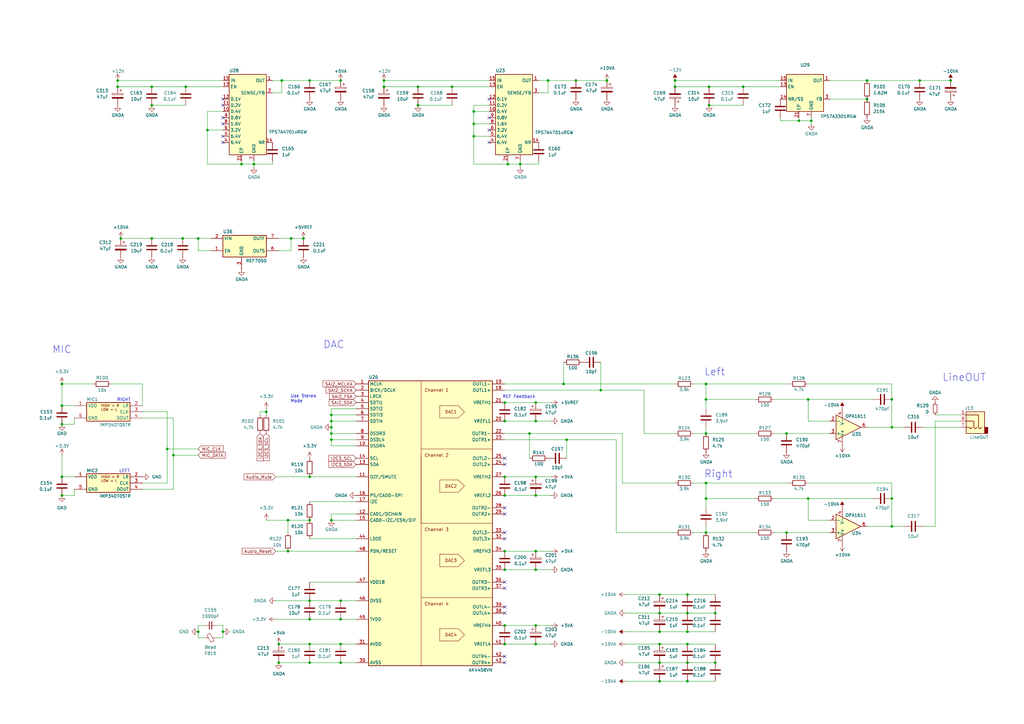
<source format=kicad_sch>
(kicad_sch (version 20250114) (generator "eeschema") (generator_version "9.0")
  (paper "A3")
  (title_block (title "Audio") (date "2025-01-21") (rev "2.0") (company "Robotics"))
  (text "Use Stereo\nMode" (at 119.126 163.576 0) (effects (font (size 1.27 1.27)) (justify left)))
  (text "MIC" (at 25.4 143.51 0) (effects (font (size 3 3))))
  (text "LineOUT" (at 395.478 154.94 0) (effects (font (size 3 3))))
  (text "Left" (at 293.116 152.654 0) (effects (font (size 3 3))))
  (text "Right" (at 294.64 194.564 0) (effects (font (size 3 3))))
  (text "LEFT" (at 51.054 193.294 0) (effects (font (size 1.27 1.27))))
  (text "REF Feedback" (at 212.852 162.814 0) (effects (font (size 1.27 1.27))))
  (text "RIGHT" (at 50.8 164.084 0) (effects (font (size 1.27 1.27))))
  (text "DAC" (at 136.906 141.478 0) (effects (font (size 3 3))))
  (junction (at 74.93 97.79))
  (junction (at 213.36 67.31))
  (junction (at 365.76 204.47))
  (junction (at 219.71 203.2))
  (junction (at 281.94 251.46))
  (junction (at 139.7 33.02))
  (junction (at 139.7 254))
  (junction (at 246.38 160.02))
  (junction (at 281.94 264.16))
  (junction (at 139.7 271.78))
  (junction (at 127 271.78))
  (junction (at 377.19 33.02))
  (junction (at 25.4 173.99))
  (junction (at 327.66 49.53))
  (junction (at 207.01 203.2))
  (junction (at 289.56 198.12))
  (junction (at 217.17 177.8))
  (junction (at 99.06 67.31))
  (junction (at 157.48 33.02))
  (junction (at 289.56 204.47))
  (junction (at 293.37 271.78))
  (junction (at 48.26 33.02))
  (junction (at 25.4 157.48))
  (junction (at 49.53 97.79))
  (junction (at 25.4 203.2))
  (junction (at 135.89 177.8))
  (junction (at 304.8 35.56))
  (junction (at 232.41 180.34))
  (junction (at 157.48 35.56))
  (junction (at 276.86 33.02))
  (junction (at 71.12 186.69))
  (junction (at 81.28 259.08))
  (junction (at 135.89 170.18))
  (junction (at 62.23 35.56))
  (junction (at 236.22 33.02))
  (junction (at 219.71 195.58))
  (junction (at 115.57 33.02))
  (junction (at 104.14 67.31))
  (junction (at 355.6 33.02))
  (junction (at 91.44 259.08))
  (junction (at 127 246.38))
  (junction (at 289.56 218.44))
  (junction (at 290.83 35.56))
  (junction (at 127 264.16))
  (junction (at 135.89 180.34))
  (junction (at 135.89 175.26))
  (junction (at 270.51 243.84))
  (junction (at 114.3 271.78))
  (junction (at 127 33.02))
  (junction (at 81.28 97.79))
  (junction (at 270.51 251.46))
  (junction (at 207.01 165.1))
  (junction (at 207.01 195.58))
  (junction (at 171.45 43.18))
  (junction (at 389.89 33.02))
  (junction (at 322.58 177.8))
  (junction (at 281.94 259.08))
  (junction (at 224.79 33.02))
  (junction (at 135.89 172.72))
  (junction (at 281.94 279.4))
  (junction (at 219.71 233.68))
  (junction (at 355.6 40.64))
  (junction (at 118.11 213.36))
  (junction (at 365.76 175.26))
  (junction (at 365.76 163.83))
  (junction (at 127 254))
  (junction (at 194.31 45.72))
  (junction (at 139.7 264.16))
  (junction (at 124.46 97.79))
  (junction (at 276.86 35.56))
  (junction (at 119.38 97.79))
  (junction (at 331.47 204.47))
  (junction (at 289.56 177.8))
  (junction (at 332.74 49.53))
  (junction (at 194.31 50.8))
  (junction (at 270.51 264.16))
  (junction (at 331.47 163.83))
  (junction (at 185.42 35.56))
  (junction (at 365.76 215.9))
  (junction (at 289.56 163.83))
  (junction (at 114.3 264.16))
  (junction (at 127 195.58))
  (junction (at 208.28 67.31))
  (junction (at 139.7 246.38))
  (junction (at 207.01 264.16))
  (junction (at 281.94 271.78))
  (junction (at 68.58 184.15))
  (junction (at 25.4 195.58))
  (junction (at 289.56 157.48))
  (junction (at 207.01 233.68))
  (junction (at 270.51 271.78))
  (junction (at 135.89 213.36))
  (junction (at 219.71 256.54))
  (junction (at 207.01 256.54))
  (junction (at 290.83 43.18))
  (junction (at 219.71 264.16))
  (junction (at 118.11 226.06))
  (junction (at 194.31 55.88))
  (junction (at 207.01 226.06))
  (junction (at 219.71 165.1))
  (junction (at 62.23 97.79))
  (junction (at 171.45 35.56))
  (junction (at 207.01 172.72))
  (junction (at 48.26 35.56))
  (junction (at 293.37 251.46))
  (junction (at 270.51 279.4))
  (junction (at 322.58 218.44))
  (junction (at 25.4 166.37))
  (junction (at 281.94 243.84))
  (junction (at 109.22 168.91))
  (junction (at 219.71 172.72))
  (junction (at 231.14 157.48))
  (junction (at 127 213.36))
  (junction (at 270.51 259.08))
  (junction (at 62.23 43.18))
  (junction (at 219.71 226.06))
  (junction (at 85.09 53.34))
  (junction (at 76.2 35.56))
  (junction (at 248.92 33.02))
  (no_connect (at 200.66 58.42))
  (no_connect (at 207.01 208.28))
  (no_connect (at 91.44 55.88))
  (no_connect (at 207.01 238.76))
  (no_connect (at 207.01 241.3))
  (no_connect (at 91.44 43.18))
  (no_connect (at 200.66 53.34))
  (no_connect (at 200.66 48.26))
  (no_connect (at 207.01 187.96))
  (no_connect (at 91.44 40.64))
  (no_connect (at 207.01 218.44))
  (no_connect (at 207.01 210.82))
  (no_connect (at 91.44 58.42))
  (no_connect (at 207.01 251.46))
  (no_connect (at 207.01 220.98))
  (no_connect (at 207.01 269.24))
  (no_connect (at 207.01 248.92))
  (no_connect (at 207.01 190.5))
  (no_connect (at 91.44 50.8))
  (no_connect (at 91.44 48.26))
  (no_connect (at 200.66 40.64))
  (no_connect (at 207.01 271.78))
  (wire (pts (xy 109.22 167.64) (xy 109.22 168.91)))
  (wire (pts (xy 25.4 186.69) (xy 25.4 195.58)))
  (wire (pts (xy 256.54 271.78) (xy 270.51 271.78)))
  (wire (pts (xy 200.66 50.8) (xy 194.31 50.8)))
  (wire (pts (xy 157.48 35.56) (xy 171.45 35.56)))
  (wire (pts (xy 317.5 218.44) (xy 322.58 218.44)))
  (wire (pts (xy 45.72 157.48) (xy 58.42 157.48)))
  (wire (pts (xy 86.36 102.87) (xy 81.28 102.87)))
  (wire (pts (xy 270.51 251.46) (xy 281.94 251.46)))
  (wire (pts (xy 231.14 157.48) (xy 276.86 157.48)))
  (wire (pts (xy 264.16 177.8) (xy 276.86 177.8)))
  (wire (pts (xy 118.11 213.36) (xy 118.11 218.44)))
  (wire (pts (xy 207.01 172.72) (xy 219.71 172.72)))
  (wire (pts (xy 58.42 198.12) (xy 68.58 198.12)))
  (wire (pts (xy 139.7 264.16) (xy 146.05 264.16)))
  (wire (pts (xy 30.48 171.45) (xy 30.48 173.99)))
  (wire (pts (xy 207.01 264.16) (xy 219.71 264.16)))
  (wire (pts (xy 365.76 204.47) (xy 365.76 215.9)))
  (wire (pts (xy 289.56 204.47) (xy 309.88 204.47)))
  (wire (pts (xy 317.5 204.47) (xy 331.47 204.47)))
  (wire (pts (xy 331.47 172.72) (xy 340.36 172.72)))
  (wire (pts (xy 68.58 184.15) (xy 68.58 168.91)))
  (wire (pts (xy 255.27 177.8) (xy 255.27 198.12)))
  (wire (pts (xy 114.3 264.16) (xy 127 264.16)))
  (wire (pts (xy 99.06 66.04) (xy 99.06 67.31)))
  (wire (pts (xy 104.14 66.04) (xy 104.14 67.31)))
  (wire (pts (xy 135.89 210.82) (xy 135.89 213.36)))
  (wire (pts (xy 219.71 203.2) (xy 226.06 203.2)))
  (wire (pts (xy 91.44 256.54) (xy 88.9 256.54)))
  (wire (pts (xy 378.46 215.9) (xy 383.54 215.9)))
  (wire (pts (xy 207.01 165.1) (xy 219.71 165.1)))
  (wire (pts (xy 208.28 67.31) (xy 213.36 67.31)))
  (wire (pts (xy 289.56 204.47) (xy 289.56 208.28)))
  (wire (pts (xy 246.38 148.59) (xy 246.38 160.02)))
  (wire (pts (xy 327.66 49.53) (xy 332.74 49.53)))
  (wire (pts (xy 48.26 33.02) (xy 91.44 33.02)))
  (wire (pts (xy 30.48 200.66) (xy 30.48 203.2)))
  (wire (pts (xy 270.51 259.08) (xy 281.94 259.08)))
  (wire (pts (xy 185.42 35.56) (xy 200.66 35.56)))
  (wire (pts (xy 157.48 33.02) (xy 157.48 35.56)))
  (wire (pts (xy 219.71 264.16) (xy 226.06 264.16)))
  (wire (pts (xy 284.48 218.44) (xy 289.56 218.44)))
  (wire (pts (xy 276.86 33.02) (xy 320.04 33.02)))
  (wire (pts (xy 270.51 264.16) (xy 281.94 264.16)))
  (wire (pts (xy 327.66 48.26) (xy 327.66 49.53)))
  (wire (pts (xy 171.45 43.18) (xy 185.42 43.18)))
  (wire (pts (xy 289.56 177.8) (xy 289.56 175.26)))
  (wire (pts (xy 62.23 35.56) (xy 76.2 35.56)))
  (wire (pts (xy 104.14 67.31) (xy 104.14 68.58)))
  (wire (pts (xy 135.89 167.64) (xy 146.05 167.64)))
  (wire (pts (xy 68.58 198.12) (xy 68.58 184.15)))
  (wire (pts (xy 157.48 33.02) (xy 200.66 33.02)))
  (wire (pts (xy 224.79 38.1) (xy 220.98 38.1)))
  (wire (pts (xy 331.47 157.48) (xy 365.76 157.48)))
  (wire (pts (xy 219.71 195.58) (xy 226.06 195.58)))
  (wire (pts (xy 135.89 172.72) (xy 135.89 170.18)))
  (wire (pts (xy 231.14 148.59) (xy 231.14 157.48)))
  (wire (pts (xy 255.27 198.12) (xy 276.86 198.12)))
  (wire (pts (xy 284.48 157.48) (xy 289.56 157.48)))
  (wire (pts (xy 85.09 45.72) (xy 85.09 53.34)))
  (wire (pts (xy 208.28 66.04) (xy 208.28 67.31)))
  (wire (pts (xy 48.26 33.02) (xy 48.26 35.56)))
  (wire (pts (xy 232.41 180.34) (xy 232.41 187.96)))
  (wire (pts (xy 76.2 35.56) (xy 91.44 35.56)))
  (wire (pts (xy 217.17 177.8) (xy 255.27 177.8)))
  (wire (pts (xy 224.79 33.02) (xy 236.22 33.02)))
  (wire (pts (xy 111.76 66.04) (xy 111.76 67.31)))
  (wire (pts (xy 219.71 165.1) (xy 226.06 165.1)))
  (wire (pts (xy 113.03 246.38) (xy 127 246.38)))
  (wire (pts (xy 383.54 170.18) (xy 393.7 170.18)))
  (wire (pts (xy 281.94 264.16) (xy 293.37 264.16)))
  (wire (pts (xy 81.28 97.79) (xy 86.36 97.79)))
  (wire (pts (xy 383.54 172.72) (xy 393.7 172.72)))
  (wire (pts (xy 81.28 102.87) (xy 81.28 97.79)))
  (wire (pts (xy 127 271.78) (xy 139.7 271.78)))
  (wire (pts (xy 111.76 67.31) (xy 104.14 67.31)))
  (wire (pts (xy 139.7 246.38) (xy 146.05 246.38)))
  (wire (pts (xy 58.42 171.45) (xy 71.12 171.45)))
  (wire (pts (xy 115.57 38.1) (xy 111.76 38.1)))
  (wire (pts (xy 38.1 157.48) (xy 25.4 157.48)))
  (wire (pts (xy 331.47 163.83) (xy 358.14 163.83)))
  (wire (pts (xy 290.83 43.18) (xy 304.8 43.18)))
  (wire (pts (xy 289.56 163.83) (xy 309.88 163.83)))
  (wire (pts (xy 331.47 213.36) (xy 340.36 213.36)))
  (wire (pts (xy 74.93 97.79) (xy 81.28 97.79)))
  (wire (pts (xy 207.01 180.34) (xy 232.41 180.34)))
  (wire (pts (xy 340.36 33.02) (xy 355.6 33.02)))
  (wire (pts (xy 331.47 204.47) (xy 358.14 204.47)))
  (wire (pts (xy 236.22 33.02) (xy 248.92 33.02)))
  (wire (pts (xy 88.9 261.62) (xy 91.44 261.62)))
  (wire (pts (xy 289.56 163.83) (xy 289.56 157.48)))
  (wire (pts (xy 25.4 195.58) (xy 30.48 195.58)))
  (wire (pts (xy 114.3 102.87) (xy 119.38 102.87)))
  (wire (pts (xy 135.89 180.34) (xy 135.89 177.8)))
  (wire (pts (xy 127 205.74) (xy 146.05 205.74)))
  (wire (pts (xy 276.86 33.02) (xy 276.86 35.56)))
  (wire (pts (xy 317.5 177.8) (xy 322.58 177.8)))
  (wire (pts (xy 83.82 261.62) (xy 81.28 261.62)))
  (wire (pts (xy 270.51 243.84) (xy 281.94 243.84)))
  (wire (pts (xy 135.89 172.72) (xy 146.05 172.72)))
  (wire (pts (xy 127 33.02) (xy 139.7 33.02)))
  (wire (pts (xy 127 246.38) (xy 139.7 246.38)))
  (wire (pts (xy 91.44 259.08) (xy 91.44 256.54)))
  (wire (pts (xy 281.94 271.78) (xy 293.37 271.78)))
  (wire (pts (xy 25.4 157.48) (xy 25.4 166.37)))
  (wire (pts (xy 378.46 175.26) (xy 393.7 175.26)))
  (wire (pts (xy 377.19 33.02) (xy 389.89 33.02)))
  (wire (pts (xy 365.76 215.9) (xy 370.84 215.9)))
  (wire (pts (xy 252.73 218.44) (xy 276.86 218.44)))
  (wire (pts (xy 118.11 226.06) (xy 146.05 226.06)))
  (wire (pts (xy 207.01 157.48) (xy 231.14 157.48)))
  (wire (pts (xy 207.01 160.02) (xy 246.38 160.02)))
  (wire (pts (xy 113.03 226.06) (xy 118.11 226.06)))
  (wire (pts (xy 207.01 256.54) (xy 219.71 256.54)))
  (wire (pts (xy 194.31 50.8) (xy 194.31 55.88)))
  (wire (pts (xy 135.89 177.8) (xy 146.05 177.8)))
  (wire (pts (xy 290.83 35.56) (xy 304.8 35.56)))
  (wire (pts (xy 111.76 33.02) (xy 115.57 33.02)))
  (wire (pts (xy 91.44 261.62) (xy 91.44 259.08)))
  (wire (pts (xy 207.01 233.68) (xy 219.71 233.68)))
  (wire (pts (xy 139.7 254) (xy 146.05 254)))
  (wire (pts (xy 194.31 55.88) (xy 194.31 67.31)))
  (wire (pts (xy 135.89 182.88) (xy 135.89 180.34)))
  (wire (pts (xy 115.57 33.02) (xy 127 33.02)))
  (wire (pts (xy 127 264.16) (xy 139.7 264.16)))
  (wire (pts (xy 194.31 45.72) (xy 194.31 50.8)))
  (wire (pts (xy 194.31 55.88) (xy 200.66 55.88)))
  (wire (pts (xy 146.05 182.88) (xy 135.89 182.88)))
  (wire (pts (xy 109.22 168.91) (xy 109.22 170.18)))
  (wire (pts (xy 320.04 48.26) (xy 320.04 49.53)))
  (wire (pts (xy 365.76 163.83) (xy 365.76 175.26)))
  (wire (pts (xy 289.56 198.12) (xy 323.85 198.12)))
  (wire (pts (xy 304.8 35.56) (xy 320.04 35.56)))
  (wire (pts (xy 365.76 175.26) (xy 370.84 175.26)))
  (wire (pts (xy 194.31 43.18) (xy 194.31 45.72)))
  (wire (pts (xy 219.71 172.72) (xy 226.06 172.72)))
  (wire (pts (xy 71.12 200.66) (xy 58.42 200.66)))
  (wire (pts (xy 322.58 218.44) (xy 340.36 218.44)))
  (wire (pts (xy 207.01 203.2) (xy 219.71 203.2)))
  (wire (pts (xy 355.6 175.26) (xy 365.76 175.26)))
  (wire (pts (xy 355.6 40.64) (xy 340.36 40.64)))
  (wire (pts (xy 220.98 66.04) (xy 220.98 67.31)))
  (wire (pts (xy 81.28 256.54) (xy 83.82 256.54)))
  (wire (pts (xy 317.5 163.83) (xy 331.47 163.83)))
  (wire (pts (xy 58.42 157.48) (xy 58.42 166.37)))
  (wire (pts (xy 127 220.98) (xy 146.05 220.98)))
  (wire (pts (xy 135.89 213.36) (xy 146.05 213.36)))
  (wire (pts (xy 113.03 254) (xy 127 254)))
  (wire (pts (xy 332.74 48.26) (xy 332.74 49.53)))
  (wire (pts (xy 135.89 170.18) (xy 135.89 167.64)))
  (wire (pts (xy 25.4 166.37) (xy 30.48 166.37)))
  (wire (pts (xy 71.12 186.69) (xy 71.12 200.66)))
  (wire (pts (xy 85.09 45.72) (xy 91.44 45.72)))
  (wire (pts (xy 139.7 271.78) (xy 146.05 271.78)))
  (wire (pts (xy 256.54 259.08) (xy 270.51 259.08)))
  (wire (pts (xy 213.36 67.31) (xy 213.36 68.58)))
  (wire (pts (xy 256.54 264.16) (xy 270.51 264.16)))
  (wire (pts (xy 219.71 256.54) (xy 226.06 256.54)))
  (wire (pts (xy 171.45 35.56) (xy 185.42 35.56)))
  (wire (pts (xy 71.12 171.45) (xy 71.12 186.69)))
  (wire (pts (xy 30.48 173.99) (xy 25.4 173.99)))
  (wire (pts (xy 207.01 177.8) (xy 217.17 177.8)))
  (wire (pts (xy 30.48 203.2) (xy 25.4 203.2)))
  (wire (pts (xy 68.58 168.91) (xy 58.42 168.91)))
  (wire (pts (xy 224.79 38.1) (xy 224.79 33.02)))
  (wire (pts (xy 127 195.58) (xy 146.05 195.58)))
  (wire (pts (xy 68.58 184.15) (xy 81.28 184.15)))
  (wire (pts (xy 220.98 67.31) (xy 213.36 67.31)))
  (wire (pts (xy 85.09 53.34) (xy 91.44 53.34)))
  (wire (pts (xy 322.58 177.8) (xy 340.36 177.8)))
  (wire (pts (xy 106.68 168.91) (xy 106.68 170.18)))
  (wire (pts (xy 118.11 213.36) (xy 127 213.36)))
  (wire (pts (xy 246.38 160.02) (xy 264.16 160.02)))
  (wire (pts (xy 219.71 233.68) (xy 226.06 233.68)))
  (wire (pts (xy 71.12 186.69) (xy 81.28 186.69)))
  (wire (pts (xy 219.71 226.06) (xy 226.06 226.06)))
  (wire (pts (xy 256.54 279.4) (xy 270.51 279.4)))
  (wire (pts (xy 135.89 170.18) (xy 146.05 170.18)))
  (wire (pts (xy 146.05 210.82) (xy 135.89 210.82)))
  (wire (pts (xy 49.53 97.79) (xy 62.23 97.79)))
  (wire (pts (xy 232.41 180.34) (xy 252.73 180.34)))
  (wire (pts (xy 355.6 215.9) (xy 365.76 215.9)))
  (wire (pts (xy 99.06 67.31) (xy 104.14 67.31)))
  (wire (pts (xy 48.26 35.56) (xy 62.23 35.56)))
  (wire (pts (xy 200.66 45.72) (xy 194.31 45.72)))
  (wire (pts (xy 270.51 279.4) (xy 281.94 279.4)))
  (wire (pts (xy 113.03 195.58) (xy 127 195.58)))
  (wire (pts (xy 264.16 160.02) (xy 264.16 177.8)))
  (wire (pts (xy 289.56 177.8) (xy 309.88 177.8)))
  (wire (pts (xy 281.94 243.84) (xy 293.37 243.84)))
  (wire (pts (xy 365.76 157.48) (xy 365.76 163.83)))
  (wire (pts (xy 284.48 198.12) (xy 289.56 198.12)))
  (wire (pts (xy 252.73 180.34) (xy 252.73 218.44)))
  (wire (pts (xy 213.36 66.04) (xy 213.36 67.31)))
  (wire (pts (xy 289.56 163.83) (xy 289.56 167.64)))
  (wire (pts (xy 119.38 102.87) (xy 119.38 97.79)))
  (wire (pts (xy 289.56 204.47) (xy 289.56 198.12)))
  (wire (pts (xy 383.54 215.9) (xy 383.54 172.72)))
  (wire (pts (xy 194.31 67.31) (xy 208.28 67.31)))
  (wire (pts (xy 115.57 38.1) (xy 115.57 33.02)))
  (wire (pts (xy 217.17 177.8) (xy 217.17 187.96)))
  (wire (pts (xy 81.28 259.08) (xy 81.28 256.54)))
  (wire (pts (xy 81.28 261.62) (xy 81.28 259.08)))
  (wire (pts (xy 85.09 67.31) (xy 99.06 67.31)))
  (wire (pts (xy 114.3 271.78) (xy 127 271.78)))
  (wire (pts (xy 114.3 97.79) (xy 119.38 97.79)))
  (wire (pts (xy 331.47 163.83) (xy 331.47 172.72)))
  (wire (pts (xy 289.56 218.44) (xy 289.56 215.9)))
  (wire (pts (xy 207.01 195.58) (xy 219.71 195.58)))
  (wire (pts (xy 85.09 53.34) (xy 85.09 67.31)))
  (wire (pts (xy 276.86 35.56) (xy 290.83 35.56)))
  (wire (pts (xy 256.54 243.84) (xy 270.51 243.84)))
  (wire (pts (xy 332.74 50.8) (xy 332.74 49.53)))
  (wire (pts (xy 109.22 213.36) (xy 118.11 213.36)))
  (wire (pts (xy 119.38 97.79) (xy 124.46 97.79)))
  (wire (pts (xy 281.94 279.4) (xy 293.37 279.4)))
  (wire (pts (xy 135.89 172.72) (xy 135.89 175.26)))
  (wire (pts (xy 270.51 271.78) (xy 281.94 271.78)))
  (wire (pts (xy 365.76 198.12) (xy 365.76 204.47)))
  (wire (pts (xy 331.47 204.47) (xy 331.47 213.36)))
  (wire (pts (xy 127 238.76) (xy 146.05 238.76)))
  (wire (pts (xy 331.47 198.12) (xy 365.76 198.12)))
  (wire (pts (xy 284.48 177.8) (xy 289.56 177.8)))
  (wire (pts (xy 281.94 251.46) (xy 293.37 251.46)))
  (wire (pts (xy 289.56 157.48) (xy 323.85 157.48)))
  (wire (pts (xy 62.23 97.79) (xy 74.93 97.79)))
  (wire (pts (xy 135.89 180.34) (xy 146.05 180.34)))
  (wire (pts (xy 200.66 43.18) (xy 194.31 43.18)))
  (wire (pts (xy 256.54 251.46) (xy 270.51 251.46)))
  (wire (pts (xy 289.56 218.44) (xy 309.88 218.44)))
  (wire (pts (xy 281.94 259.08) (xy 293.37 259.08)))
  (wire (pts (xy 355.6 33.02) (xy 377.19 33.02)))
  (wire (pts (xy 207.01 226.06) (xy 219.71 226.06)))
  (wire (pts (xy 220.98 33.02) (xy 224.79 33.02)))
  (wire (pts (xy 62.23 43.18) (xy 76.2 43.18)))
  (wire (pts (xy 135.89 175.26) (xy 135.89 177.8)))
  (wire (pts (xy 320.04 49.53) (xy 327.66 49.53)))
  (wire (pts (xy 109.22 168.91) (xy 106.68 168.91)))
  (wire (pts (xy 127 254) (xy 139.7 254)))
  (global_label "I2C3_SDA" (shape input) (at 146.05 190.5 180) (property "Intersheetrefs" "${INTERSHEET_REFS}" (effects (hide yes))))
  (global_label "I2C3_SCL" (shape input) (at 109.22 177.8 270) (property "Intersheetrefs" "${INTERSHEET_REFS}" (effects (hide yes))))
  (global_label "MIC_DATA" (shape input) (at 81.28 186.69 0) (property "Intersheetrefs" "${INTERSHEET_REFS}" (effects (hide yes))))
  (global_label "I2C3_SDA" (shape input) (at 106.68 177.8 270) (property "Intersheetrefs" "${INTERSHEET_REFS}" (effects (hide yes))))
  (global_label "SAI2_FSA" (shape input) (at 146.05 162.56 180) (property "Intersheetrefs" "${INTERSHEET_REFS}" (effects (hide yes))))
  (global_label "Audio_Mute" (shape input) (at 113.03 195.58 180) (property "Intersheetrefs" "${INTERSHEET_REFS}" (effects (hide yes))))
  (global_label "Audio_Reset" (shape input) (at 113.03 226.06 180) (property "Intersheetrefs" "${INTERSHEET_REFS}" (effects (hide yes))))
  (global_label "SAI2_SCKA" (shape input) (at 146.05 160.02 180) (property "Intersheetrefs" "${INTERSHEET_REFS}" (effects (hide yes))))
  (global_label "SAI2_MCLKA" (shape input) (at 146.05 157.48 180) (property "Intersheetrefs" "${INTERSHEET_REFS}" (effects (hide yes))))
  (global_label "MIC_CLK" (shape input) (at 81.28 184.15 0) (property "Intersheetrefs" "${INTERSHEET_REFS}" (effects (hide yes))))
  (global_label "SAI2_SDA" (shape input) (at 146.05 165.1 180) (property "Intersheetrefs" "${INTERSHEET_REFS}" (effects (hide yes))))
  (global_label "I2C3_SCL" (shape input) (at 146.05 187.96 180) (property "Intersheetrefs" "${INTERSHEET_REFS}" (effects (hide yes))))
  (symbol (lib_id "Device:R") (at 41.91 157.48 90) (unit 1)
    (property "Reference" "R100" (at 41.91 154.94 90))
    (property "Value" "10k" (at 41.91 160.02 90))
    (property "Footprint" "Resistor_SMD:R_0603_1608Metric" (effects (hide yes)))
    (property "Description" "Resistor" (effects (hide yes)))
  )
  (symbol (lib_id "Device:C_Polarized") (at 114.3 267.97 0) (mirror y) (unit 1)
    (property "Reference" "C213" (at 110.49 265.8109 0) (effects (justify left)))
    (property "Value" "47uF" (at 110.49 268.3509 0) (effects (justify left)))
    (property "Footprint" "Capacitor_Tantalum_SMD:CP_EIA-6032-28_Kemet-C" (effects (hide yes)))
    (property "Description" "Polarized capacitor" (effects (hide yes)))
  )
  (symbol (lib_id "power:-10V") (at 389.89 33.02 0) (unit 1)
    (property "Reference" "#PWR0331" (effects (hide yes)))
    (property "Value" "-10VA" (at 389.89 29.21 0))
    (property "Description" "Power symbol creates a global label with name \"-10V\"" (effects (hide yes)))
  )
  (symbol (lib_id "power:GNDA") (at 276.86 43.18 0) (mirror y) (unit 1)
    (property "Reference" "#PWR0477" (effects (hide yes)))
    (property "Value" "GNDA" (at 274.32 47.244 0) (effects (justify right)))
    (property "Description" "Power symbol creates a global label with name \"GNDA\" , analog ground" (effects (hide yes)))
  )
  (symbol (lib_id "Device:C_Polarized") (at 270.51 275.59 0) (mirror y) (unit 1)
    (property "Reference" "C186" (at 266.7 273.4309 0) (effects (justify left)))
    (property "Value" "47uF" (at 266.7 275.9709 0) (effects (justify left)))
    (property "Footprint" "Capacitor_Tantalum_SMD:CP_EIA-6032-28_Kemet-C" (effects (hide yes)))
    (property "Description" "Polarized capacitor" (effects (hide yes)))
  )
  (symbol (lib_id "power:GNDA") (at 377.19 40.64 0) (mirror y) (unit 1)
    (property "Reference" "#PWR0349" (effects (hide yes)))
    (property "Value" "GNDA" (at 374.65 44.704 0) (effects (justify right)))
    (property "Description" "Power symbol creates a global label with name \"GNDA\" , analog ground" (effects (hide yes)))
  )
  (symbol (lib_id "power:GNDA") (at 389.89 40.64 0) (mirror y) (unit 1)
    (property "Reference" "#PWR0352" (effects (hide yes)))
    (property "Value" "GNDA" (at 387.35 44.704 0) (effects (justify right)))
    (property "Description" "Power symbol creates a global label with name \"GNDA\" , analog ground" (effects (hide yes)))
  )
  (symbol (lib_id "Device:C") (at 62.23 39.37 0) (unit 1)
    (property "Reference" "C163" (at 58.42 38.0999 0) (effects (justify right)))
    (property "Value" "10uF" (at 58.42 40.6399 0) (effects (justify right)))
    (property "Footprint" "Capacitor_SMD:C_1206_3216Metric" (effects (hide yes)))
    (property "Description" "Unpolarized capacitor" (effects (hide yes)))
  )
  (symbol (lib_id "Device:C") (at 377.19 36.83 0) (unit 1)
    (property "Reference" "C170" (at 373.38 35.5599 0) (effects (justify right)))
    (property "Value" "0.1uF" (at 373.38 38.0999 0) (effects (justify right)))
    (property "Footprint" "Capacitor_SMD:C_0603_1608Metric" (effects (hide yes)))
    (property "Description" "Unpolarized capacitor" (effects (hide yes)))
  )
  (symbol (lib_id "Device:C") (at 304.8 39.37 0) (unit 1)
    (property "Reference" "C315" (at 300.99 38.0999 0) (effects (justify right)))
    (property "Value" "0.1uF" (at 300.99 40.6399 0) (effects (justify right)))
    (property "Footprint" "Capacitor_SMD:C_0603_1608Metric" (effects (hide yes)))
    (property "Description" "Unpolarized capacitor" (effects (hide yes)))
  )
  (symbol (lib_id "Device:C") (at 25.4 199.39 0) (unit 1)
    (property "Reference" "C154" (at 21.59 198.1199 0) (effects (justify right)))
    (property "Value" "0.1uF" (at 21.59 200.6599 0) (effects (justify right)))
    (property "Footprint" "Capacitor_SMD:C_0603_1608Metric" (effects (hide yes)))
    (property "Description" "Unpolarized capacitor" (effects (hide yes)))
  )
  (symbol (lib_id "power:GND") (at 58.42 195.58 90) (unit 1)
    (property "Reference" "#PWR0279" (effects (hide yes)))
    (property "Value" "GND" (at 62.23 195.5799 90) (effects (justify right)))
    (property "Description" "Power symbol creates a global label with name \"GND\" , ground" (effects (hide yes)))
  )
  (symbol (lib_id "Device:C") (at 207.01 260.35 0) (unit 1)
    (property "Reference" "C202" (at 210.82 259.0799 0) (effects (justify left)))
    (property "Value" "0.1uF" (at 210.82 261.6199 0) (effects (justify left)))
    (property "Footprint" "Capacitor_SMD:C_0603_1608Metric" (effects (hide yes)))
    (property "Description" "Unpolarized capacitor" (effects (hide yes)))
  )
  (symbol (lib_id "Device:C") (at 25.4 170.18 0) (unit 1)
    (property "Reference" "C153" (at 21.59 168.9099 0) (effects (justify right)))
    (property "Value" "0.1uF" (at 21.59 171.4499 0) (effects (justify right)))
    (property "Footprint" "Capacitor_SMD:C_0603_1608Metric" (effects (hide yes)))
    (property "Description" "Unpolarized capacitor" (effects (hide yes)))
  )
  (symbol (lib_id "Device:C") (at 293.37 247.65 0) (unit 1)
    (property "Reference" "C216" (at 289.56 246.3799 0) (effects (justify right)))
    (property "Value" "0.1uF" (at 289.56 248.9199 0) (effects (justify right)))
    (property "Footprint" "Capacitor_SMD:C_0603_1608Metric" (effects (hide yes)))
    (property "Description" "Unpolarized capacitor" (effects (hide yes)))
  )
  (symbol (lib_id "Device:C") (at 361.95 204.47 90) (unit 1)
    (property "Reference" "C194" (at 361.95 200.66 90))
    (property "Value" "470pF" (at 361.95 208.28 90))
    (property "Footprint" "Capacitor_SMD:C_0603_1608Metric" (effects (hide yes)))
    (property "Description" "Unpolarized capacitor" (effects (hide yes)))
  )
  (symbol (lib_id "Device:C") (at 207.01 199.39 0) (unit 1)
    (property "Reference" "C198" (at 210.82 198.1199 0) (effects (justify left)))
    (property "Value" "0.1uF" (at 210.82 200.6599 0) (effects (justify left)))
    (property "Footprint" "Capacitor_SMD:C_0603_1608Metric" (effects (hide yes)))
    (property "Description" "Unpolarized capacitor" (effects (hide yes)))
  )
  (symbol (lib_id "power:+3.3V") (at 25.4 157.48 0) (unit 1)
    (property "Reference" "#PWR0275" (effects (hide yes)))
    (property "Value" "+3.3V" (at 25.4 152.4 0))
    (property "Description" "Power symbol creates a global label with name \"+3.3V\"" (effects (hide yes)))
  )
  (symbol (lib_id "power:+3.3V") (at 109.22 167.64 0) (mirror y) (unit 1)
    (property "Reference" "#PWR0280" (effects (hide yes)))
    (property "Value" "+3.3V" (at 109.22 162.56 0))
    (property "Description" "Power symbol creates a global label with name \"+3.3V\"" (effects (hide yes)))
  )
  (symbol (lib_id "Device:C") (at 124.46 101.6 0) (mirror y) (unit 1)
    (property "Reference" "C221" (at 128.27 100.3299 0) (effects (justify right)))
    (property "Value" "0.1uF" (at 128.27 102.8699 0) (effects (justify right)))
    (property "Footprint" "Capacitor_SMD:C_0603_1608Metric" (effects (hide yes)))
    (property "Description" "Unpolarized capacitor" (effects (hide yes)))
  )
  (symbol (lib_id "Device:C") (at 111.76 62.23 0) (mirror y) (unit 1)
    (property "Reference" "C165" (at 115.57 60.9599 0) (effects (justify right)))
    (property "Value" "1uF" (at 115.57 63.4999 0) (effects (justify right)))
    (property "Footprint" "Capacitor_SMD:C_0603_1608Metric" (effects (hide yes)))
    (property "Description" "Unpolarized capacitor" (effects (hide yes)))
  )
  (symbol (lib_id "Device:R") (at 313.69 163.83 90) (unit 1)
    (property "Reference" "R126" (at 313.69 161.544 90))
    (property "Value" "150" (at 313.69 166.116 90))
    (property "Footprint" "Resistor_SMD:R_0603_1608Metric" (effects (hide yes)))
    (property "Description" "Resistor" (effects (hide yes)))
  )
  (symbol (lib_id "Device:C") (at 320.04 44.45 0) (unit 1)
    (property "Reference" "C172" (at 316.23 43.1799 0) (effects (justify right)))
    (property "Value" "1uF" (at 316.23 45.7199 0) (effects (justify right)))
    (property "Footprint" "Capacitor_SMD:C_0603_1608Metric" (effects (hide yes)))
    (property "Description" "Unpolarized capacitor" (effects (hide yes)))
  )
  (symbol (lib_id "Device:C_Polarized") (at 139.7 36.83 0) (mirror y) (unit 1)
    (property "Reference" "C167" (at 135.89 34.6709 0) (effects (justify left)))
    (property "Value" "47uF" (at 135.89 37.2109 0) (effects (justify left)))
    (property "Footprint" "Capacitor_Tantalum_SMD:CP_EIA-6032-28_Kemet-C" (effects (hide yes)))
    (property "Description" "Polarized capacitor" (effects (hide yes)))
  )
  (symbol (lib_id "Device:R") (at 234.95 148.59 90) (unit 1)
    (property "Reference" "R136" (at 234.95 146.304 90))
    (property "Value" "100" (at 234.95 150.876 90))
    (property "Footprint" "Resistor_SMD:R_0603_1608Metric" (effects (hide yes)))
    (property "Description" "Resistor" (effects (hide yes)))
  )
  (symbol (lib_id "Device:C_Polarized") (at 219.71 260.35 0) (unit 1)
    (property "Reference" "C203" (at 223.52 258.1909 0) (effects (justify left)))
    (property "Value" "47uF" (at 223.52 260.7309 0) (effects (justify left)))
    (property "Footprint" "Capacitor_Tantalum_SMD:CP_EIA-6032-28_Kemet-C" (effects (hide yes)))
    (property "Description" "Polarized capacitor" (effects (hide yes)))
  )
  (symbol (lib_id "Device:C") (at 127 267.97 0) (mirror y) (unit 1)
    (property "Reference" "C180" (at 123.19 266.6999 0) (effects (justify left)))
    (property "Value" "1uF" (at 123.19 269.2399 0) (effects (justify left)))
    (property "Footprint" "Capacitor_SMD:C_0603_1608Metric" (effects (hide yes)))
    (property "Description" "Unpolarized capacitor" (effects (hide yes)))
  )
  (symbol (lib_id "power:GNDA") (at 135.89 213.36 0) (mirror y) (unit 1)
    (property "Reference" "#PWR0317" (effects (hide yes)))
    (property "Value" "GNDA" (at 133.35 217.17 0) (effects (justify right)))
    (property "Description" "Power symbol creates a global label with name \"GNDA\" , analog ground" (effects (hide yes)))
  )
  (symbol (lib_id "power:GNDA") (at 332.74 50.8 0) (mirror y) (unit 1)
    (property "Reference" "#PWR0345" (effects (hide yes)))
    (property "Value" "GNDA" (at 330.2 54.864 0) (effects (justify right)))
    (property "Description" "Power symbol creates a global label with name \"GNDA\" , analog ground" (effects (hide yes)))
  )
  (symbol (lib_id "Device:C") (at 242.57 148.59 90) (unit 1)
    (property "Reference" "C196" (at 242.57 144.78 90))
    (property "Value" "10pF" (at 242.57 152.4 90))
    (property "Footprint" "Capacitor_SMD:C_0603_1608Metric" (effects (hide yes)))
    (property "Description" "Unpolarized capacitor" (effects (hide yes)))
  )
  (symbol (lib_id "power:GNDA") (at 127 40.64 0) (mirror y) (unit 1)
    (property "Reference" "#PWR0346" (effects (hide yes)))
    (property "Value" "GNDA" (at 124.46 44.704 0) (effects (justify right)))
    (property "Description" "Power symbol creates a global label with name \"GNDA\" , analog ground" (effects (hide yes)))
  )
  (symbol (lib_id "power:+3.3V") (at 25.4 186.69 0) (unit 1)
    (property "Reference" "#PWR0277" (effects (hide yes)))
    (property "Value" "+3.3V" (at 25.4 182.88 0))
    (property "Description" "Power symbol creates a global label with name \"+3.3V\"" (effects (hide yes)))
  )
  (symbol (lib_id "Device:C") (at 127 250.19 0) (mirror y) (unit 1)
    (property "Reference" "C178" (at 123.19 248.9199 0) (effects (justify left)))
    (property "Value" "10uF" (at 123.19 251.4599 0) (effects (justify left)))
    (property "Footprint" "Capacitor_SMD:C_1206_3216Metric" (effects (hide yes)))
    (property "Description" "Unpolarized capacitor" (effects (hide yes)))
  )
  (symbol (lib_id "Device:R") (at 327.66 198.12 90) (unit 1)
    (property "Reference" "R135" (at 327.66 195.834 90))
    (property "Value" "4.7k" (at 327.66 200.406 90))
    (property "Footprint" "Resistor_SMD:R_0603_1608Metric" (effects (hide yes)))
    (property "Description" "Resistor" (effects (hide yes)))
  )
  (symbol (lib_id "power:-10V") (at 345.44 208.28 0) (unit 1)
    (property "Reference" "#PWR0373" (effects (hide yes)))
    (property "Value" "-10VA" (at 337.82 206.756 0) (effects (justify left)))
    (property "Description" "Power symbol creates a global label with name \"-10V\"" (effects (hide yes)))
  )
  (symbol (lib_id "Device:R") (at 280.67 157.48 90) (unit 1)
    (property "Reference" "R123" (at 280.67 155.194 90))
    (property "Value" "3.9k" (at 280.67 159.766 90))
    (property "Footprint" "Resistor_SMD:R_0603_1608Metric" (effects (hide yes)))
    (property "Description" "Resistor" (effects (hide yes)))
  )
  (symbol (lib_id "Device:C_Polarized") (at 49.53 101.6 0) (mirror y) (unit 1)
    (property "Reference" "C312" (at 45.72 99.4409 0) (effects (justify left)))
    (property "Value" "47uF" (at 45.72 101.9809 0) (effects (justify left)))
    (property "Footprint" "Capacitor_Tantalum_SMD:CP_EIA-6032-28_Kemet-C" (effects (hide yes)))
    (property "Description" "Polarized capacitor" (effects (hide yes)))
  )
  (symbol (lib_id "Device:C") (at 293.37 255.27 0) (unit 1)
    (property "Reference" "C217" (at 289.56 253.9999 0) (effects (justify right)))
    (property "Value" "0.1uF" (at 289.56 256.5399 0) (effects (justify right)))
    (property "Footprint" "Capacitor_SMD:C_0603_1608Metric" (effects (hide yes)))
    (property "Description" "Unpolarized capacitor" (effects (hide yes)))
  )
  (symbol (lib_id "Device:R") (at 313.69 204.47 90) (unit 1)
    (property "Reference" "R133" (at 313.69 202.184 90))
    (property "Value" "150" (at 313.69 206.756 90))
    (property "Footprint" "Resistor_SMD:R_0603_1608Metric" (effects (hide yes)))
    (property "Description" "Resistor" (effects (hide yes)))
  )
  (symbol (lib_id "Device:C") (at 207.01 229.87 0) (unit 1)
    (property "Reference" "C200" (at 210.82 228.5999 0) (effects (justify left)))
    (property "Value" "0.1uF" (at 210.82 231.1399 0) (effects (justify left)))
    (property "Footprint" "Capacitor_SMD:C_0603_1608Metric" (effects (hide yes)))
    (property "Description" "Unpolarized capacitor" (effects (hide yes)))
  )
  (symbol (lib_id "Device:C_Polarized") (at 270.51 267.97 0) (mirror y) (unit 1)
    (property "Reference" "C185" (at 266.7 265.8109 0) (effects (justify left)))
    (property "Value" "47uF" (at 266.7 268.3509 0) (effects (justify left)))
    (property "Footprint" "Capacitor_Tantalum_SMD:CP_EIA-6032-28_Kemet-C" (effects (hide yes)))
    (property "Description" "Polarized capacitor" (effects (hide yes)))
  )
  (symbol (lib_id "Device:C") (at 322.58 181.61 0) (unit 1)
    (property "Reference" "C190" (at 326.39 180.3399 0) (effects (justify left)))
    (property "Value" "470pF" (at 326.39 182.8799 0) (effects (justify left)))
    (property "Footprint" "Capacitor_SMD:C_0603_1608Metric" (effects (hide yes)))
    (property "Description" "Unpolarized capacitor" (effects (hide yes)))
  )
  (symbol (lib_id "power:-12V") (at 276.86 33.02 0) (unit 1)
    (property "Reference" "#PWR0287" (effects (hide yes)))
    (property "Value" "-12V" (at 274.32 28.702 0) (effects (justify left)))
    (property "Description" "Power symbol creates a global label with name \"-12V\"" (effects (hide yes)))
  )
  (symbol (lib_id "power:GNDA") (at 226.06 264.16 90) (mirror x) (unit 1)
    (property "Reference" "#PWR0343" (effects (hide yes)))
    (property "Value" "GNDA" (at 229.87 264.1599 90) (effects (justify right)))
    (property "Description" "Power symbol creates a global label with name \"GNDA\" , analog ground" (effects (hide yes)))
  )
  (symbol (lib_id "Amplifier_Operational:OPA197xD") (at 347.98 215.9 0) (mirror x) (unit 1)
    (property "Reference" "U34" (at 351.282 218.694 0))
    (property "Value" "OPA1611" (at 351.028 211.328 0))
    (property "Footprint" "Package_SO:SOIC-8_3.9x4.9mm_P1.27mm" (effects (hide yes)))
    (property "Datasheet" "http://www.ti.com/lit/ds/symlink/opa197.pdf" (effects (hide yes)))
    (property "Description" "Single 36V, Precision, Rail-to-Rail Input/Output, Low Offset Voltage, Operational Amplifier, SOIC-8" (effects (hide yes)))
  )
  (symbol (lib_id "Device:C") (at 127 242.57 0) (mirror y) (unit 1)
    (property "Reference" "C177" (at 123.19 241.2999 0) (effects (justify left)))
    (property "Value" "1uF" (at 123.19 243.8399 0) (effects (justify left)))
    (property "Footprint" "Capacitor_SMD:C_0603_1608Metric" (effects (hide yes)))
    (property "Description" "Unpolarized capacitor" (effects (hide yes)))
  )
  (symbol (lib_id "power:GNDA") (at 289.56 226.06 0) (mirror y) (unit 1)
    (property "Reference" "#PWR0336" (effects (hide yes)))
    (property "Value" "GNDA" (at 287.02 230.124 0) (effects (justify right)))
    (property "Description" "Power symbol creates a global label with name \"GNDA\" , analog ground" (effects (hide yes)))
  )
  (symbol (lib_id "power:GND") (at 25.4 203.2 0) (unit 1)
    (property "Reference" "#PWR0278" (effects (hide yes)))
    (property "Value" "GND" (at 25.4 208.28 0))
    (property "Description" "Power symbol creates a global label with name \"GND\" , ground" (effects (hide yes)))
  )
  (symbol (lib_id "Device:C") (at 374.65 215.9 90) (unit 1)
    (property "Reference" "C317" (at 374.65 211.582 90))
    (property "Value" "10uF" (at 374.65 219.964 90))
    (property "Footprint" "Capacitor_THT:C_Rect_L18.0mm_W9.0mm_P15.00mm_FKS3_FKP3" (effects (hide yes)))
    (property "Description" "Unpolarized capacitor" (effects (hide yes)))
  )
  (symbol (lib_id "Regulator_Linear:TPS7A4701xRGW") (at 210.82 48.26 0) (unit 1)
    (property "Reference" "U23" (at 205.232 28.956 0))
    (property "Value" "TPS7A4701xRGW" (at 227.33 54.356 0))
    (property "Footprint" "Package_DFN_QFN:Texas_RGW0020A_VQFN-20-1EP_5x5mm_P0.65mm_EP3.15x3.15mm_ThermalVias" (effects (hide yes)))
    (property "Datasheet" "https://www.ti.com/lit/ds/symlink/tps7a47.pdf" (effects (hide yes)))
    (property "Description" "1A, Low-Noise Low-Dropout Voltage Regulator, 3-35V Input, Adjustable 1.4-34V Output, VQFN-20" (effects (hide yes)))
  )
  (symbol (lib_id "Device:C_Polarized") (at 219.71 199.39 0) (unit 1)
    (property "Reference" "C199" (at 223.52 197.2309 0) (effects (justify left)))
    (property "Value" "47uF" (at 223.52 199.7709 0) (effects (justify left)))
    (property "Footprint" "Capacitor_Tantalum_SMD:CP_EIA-6032-28_Kemet-C" (effects (hide yes)))
    (property "Description" "Polarized capacitor" (effects (hide yes)))
  )
  (symbol (lib_id "power:GNDA") (at 213.36 68.58 0) (mirror y) (unit 1)
    (property "Reference" "#PWR0290" (effects (hide yes)))
    (property "Value" "GNDA" (at 210.82 72.644 0) (effects (justify right)))
    (property "Description" "Power symbol creates a global label with name \"GNDA\" , analog ground" (effects (hide yes)))
  )
  (symbol (lib_id "Device:C") (at 76.2 39.37 0) (unit 1)
    (property "Reference" "C164" (at 72.39 38.0999 0) (effects (justify right)))
    (property "Value" "0.1uF" (at 72.39 40.6399 0) (effects (justify right)))
    (property "Footprint" "Capacitor_SMD:C_0603_1608Metric" (effects (hide yes)))
    (property "Description" "Unpolarized capacitor" (effects (hide yes)))
  )
  (symbol (lib_id "power:GND") (at 25.4 173.99 0) (unit 1)
    (property "Reference" "#PWR0276" (effects (hide yes)))
    (property "Value" "GND" (at 25.4 177.8 0))
    (property "Description" "Power symbol creates a global label with name \"GND\" , ground" (effects (hide yes)))
  )
  (symbol (lib_id "Device:C") (at 139.7 267.97 0) (mirror y) (unit 1)
    (property "Reference" "C181" (at 135.89 266.6999 0) (effects (justify left)))
    (property "Value" "0.1uF" (at 135.89 269.2399 0) (effects (justify left)))
    (property "Footprint" "Capacitor_SMD:C_0603_1608Metric" (effects (hide yes)))
    (property "Description" "Unpolarized capacitor" (effects (hide yes)))
  )
  (symbol (lib_id "power:+10V") (at 345.44 223.52 180) (unit 1)
    (property "Reference" "#PWR0374" (effects (hide yes)))
    (property "Value" "+10VA" (at 342.392 227.584 0) (effects (justify right)))
    (property "Description" "Power symbol creates a global label with name \"+10V\"" (effects (hide yes)))
  )
  (symbol (lib_id "power:GNDA") (at 114.3 271.78 0) (unit 1)
    (property "Reference" "#PWR0322" (effects (hide yes)))
    (property "Value" "GNDA" (at 111.76 276.352 0) (effects (justify left)))
    (property "Description" "Power symbol creates a global label with name \"GNDA\" , analog ground" (effects (hide yes)))
  )
  (symbol (lib_id "power:GNDA") (at 62.23 105.41 0) (mirror y) (unit 1)
    (property "Reference" "#PWR0303" (effects (hide yes)))
    (property "Value" "GNDA" (at 59.69 109.474 0) (effects (justify right)))
    (property "Description" "Power symbol creates a global label with name \"GNDA\" , analog ground" (effects (hide yes)))
  )
  (symbol (lib_id "Device:C") (at 322.58 222.25 0) (unit 1)
    (property "Reference" "C193" (at 326.39 220.9799 0) (effects (justify left)))
    (property "Value" "470pF" (at 326.39 223.5199 0) (effects (justify left)))
    (property "Footprint" "Capacitor_SMD:C_0603_1608Metric" (effects (hide yes)))
    (property "Description" "Unpolarized capacitor" (effects (hide yes)))
  )
  (symbol (lib_id "power:GNDA") (at 74.93 105.41 0) (mirror y) (unit 1)
    (property "Reference" "#PWR0312" (effects (hide yes)))
    (property "Value" "GNDA" (at 72.39 109.474 0) (effects (justify right)))
    (property "Description" "Power symbol creates a global label with name \"GNDA\" , analog ground" (effects (hide yes)))
  )
  (symbol (lib_id "power:+3.3V") (at 109.22 213.36 0) (unit 1)
    (property "Reference" "#PWR0320" (effects (hide yes)))
    (property "Value" "+3.3V" (at 109.22 208.28 0))
    (property "Description" "Power symbol creates a global label with name \"+3.3V\"" (effects (hide yes)))
  )
  (symbol (lib_id "power:+5VA") (at 114.3 264.16 0) (unit 1)
    (property "Reference" "#PWR0323" (effects (hide yes)))
    (property "Value" "+5VA" (at 111.76 259.588 0) (effects (justify left)))
    (property "Description" "Power symbol creates a global label with name \"+5VA\"" (effects (hide yes)))
  )
  (symbol (lib_id "Device:C") (at 374.65 175.26 90) (unit 1)
    (property "Reference" "C316" (at 374.65 170.942 90))
    (property "Value" "10uF" (at 374.65 179.324 90))
    (property "Footprint" "Capacitor_THT:C_Rect_L18.0mm_W9.0mm_P15.00mm_FKS3_FKP3" (effects (hide yes)))
    (property "Description" "Unpolarized capacitor" (effects (hide yes)))
  )
  (symbol (lib_id "Device:C_Polarized") (at 219.71 229.87 0) (unit 1)
    (property "Reference" "C201" (at 223.52 227.7109 0) (effects (justify left)))
    (property "Value" "47uF" (at 223.52 230.2509 0) (effects (justify left)))
    (property "Footprint" "Capacitor_Tantalum_SMD:CP_EIA-6032-28_Kemet-C" (effects (hide yes)))
    (property "Description" "Polarized capacitor" (effects (hide yes)))
  )
  (symbol (lib_id "Device:C") (at 289.56 212.09 0) (unit 1)
    (property "Reference" "C192" (at 293.37 210.8199 0) (effects (justify left)))
    (property "Value" "3.9nF" (at 293.37 213.3599 0) (effects (justify left)))
    (property "Footprint" "Capacitor_THT:C_Disc_D7.5mm_W2.5mm_P5.00mm" (effects (hide yes)))
    (property "Description" "Unpolarized capacitor" (effects (hide yes)))
  )
  (symbol (lib_id "Amplifier_Operational:OPA197xD") (at 347.98 175.26 0) (mirror x) (unit 1)
    (property "Reference" "U35" (at 351.282 178.054 0))
    (property "Value" "OPA1611" (at 351.028 170.688 0))
    (property "Footprint" "Package_SO:SOIC-8_3.9x4.9mm_P1.27mm" (effects (hide yes)))
    (property "Datasheet" "http://www.ti.com/lit/ds/symlink/opa197.pdf" (effects (hide yes)))
    (property "Description" "Single 36V, Precision, Rail-to-Rail Input/Output, Low Offset Voltage, Operational Amplifier, SOIC-8" (effects (hide yes)))
  )
  (symbol (lib_id "power:-10V") (at 256.54 259.08 90) (unit 1)
    (property "Reference" "#PWR0377" (effects (hide yes)))
    (property "Value" "-10VA" (at 252.73 259.0799 90) (effects (justify left)))
    (property "Description" "Power symbol creates a global label with name \"-10V\"" (effects (hide yes)))
  )
  (symbol (lib_id "power:GNDA") (at 146.05 203.2 270) (mirror x) (unit 1)
    (property "Reference" "#PWR0318" (effects (hide yes)))
    (property "Value" "GNDA" (at 142.494 203.2 90) (effects (justify right)))
    (property "Description" "Power symbol creates a global label with name \"GNDA\" , analog ground" (effects (hide yes)))
  )
  (symbol (lib_id "power:GNDA") (at 355.6 48.26 0) (mirror y) (unit 1)
    (property "Reference" "#PWR0286" (effects (hide yes)))
    (property "Value" "GNDA" (at 353.06 52.324 0) (effects (justify right)))
    (property "Description" "Power symbol creates a global label with name \"GNDA\" , analog ground" (effects (hide yes)))
  )
  (symbol (lib_id "MY_Audio:IMP34DT05TR") (at 30.48 166.37 0) (unit 1)
    (property "Reference" "MIC1" (at 37.846 163.83 0))
    (property "Value" "IMP34DT05TR" (at 47.244 174.244 0))
    (property "Footprint" "PCB:MIC_MP34DT06JTR" (effects (hide yes)))
    (property "Datasheet" "https://www.mouser.kr/datasheet/2/389/imp34dt05-1849335.pdf" (effects (hide yes)))
    (property "Description" "MEMS audio sensor omnidirectional digital microphone for industrial applications" (effects (hide yes)))
  )
  (symbol (lib_id "Device:C") (at 127 36.83 0) (unit 1)
    (property "Reference" "C166" (at 123.19 35.5599 0) (effects (justify right)))
    (property "Value" "0.1uF" (at 123.19 38.0999 0) (effects (justify right)))
    (property "Footprint" "Capacitor_SMD:C_0603_1608Metric" (effects (hide yes)))
    (property "Description" "Unpolarized capacitor" (effects (hide yes)))
  )
  (symbol (lib_id "power:GNDA") (at 104.14 68.58 0) (mirror y) (unit 1)
    (property "Reference" "#PWR0344" (effects (hide yes)))
    (property "Value" "GNDA" (at 101.6 72.644 0) (effects (justify right)))
    (property "Description" "Power symbol creates a global label with name \"GNDA\" , analog ground" (effects (hide yes)))
  )
  (symbol (lib_id "Device:C") (at 220.98 62.23 0) (mirror y) (unit 1)
    (property "Reference" "C160" (at 224.79 60.9599 0) (effects (justify right)))
    (property "Value" "1uF" (at 224.79 63.4999 0) (effects (justify right)))
    (property "Footprint" "Capacitor_SMD:C_0603_1608Metric" (effects (hide yes)))
    (property "Description" "Unpolarized capacitor" (effects (hide yes)))
  )
  (symbol (lib_id "power:-10V") (at 256.54 279.4 90) (unit 1)
    (property "Reference" "#PWR0292" (effects (hide yes)))
    (property "Value" "-10VA" (at 252.73 279.3999 90) (effects (justify left)))
    (property "Description" "Power symbol creates a global label with name \"-10V\"" (effects (hide yes)))
  )
  (symbol (lib_id "Device:R_Small") (at 383.54 167.64 0) (mirror y) (unit 1)
    (property "Reference" "R129" (at 381 166.3699 0) (effects (justify left)))
    (property "Value" "0" (at 381 168.9099 0) (effects (justify left)))
    (property "Footprint" "Resistor_SMD:R_0603_1608Metric" (effects (hide yes)))
    (property "Description" "Resistor, small symbol" (effects (hide yes)))
  )
  (symbol (lib_id "power:GNDA") (at 139.7 40.64 0) (mirror y) (unit 1)
    (property "Reference" "#PWR0348" (effects (hide yes)))
    (property "Value" "GNDA" (at 137.16 44.704 0) (effects (justify right)))
    (property "Description" "Power symbol creates a global label with name \"GNDA\" , analog ground" (effects (hide yes)))
  )
  (symbol (lib_id "power:-10V") (at 345.44 167.64 0) (unit 1)
    (property "Reference" "#PWR0328" (effects (hide yes)))
    (property "Value" "-10VA" (at 337.82 166.116 0) (effects (justify left)))
    (property "Description" "Power symbol creates a global label with name \"-10V\"" (effects (hide yes)))
  )
  (symbol (lib_id "power:+5VA") (at 124.46 97.79 0) (mirror y) (unit 1)
    (property "Reference" "#PWR0383" (effects (hide yes)))
    (property "Value" "+5VREF" (at 128.27 93.218 0) (effects (justify left)))
    (property "Description" "Power symbol creates a global label with name \"+5VA\"" (effects (hide yes)))
  )
  (symbol (lib_id "Device:C") (at 185.42 39.37 0) (unit 1)
    (property "Reference" "C168" (at 181.61 38.0999 0) (effects (justify right)))
    (property "Value" "0.1uF" (at 181.61 40.6399 0) (effects (justify right)))
    (property "Footprint" "Capacitor_SMD:C_0603_1608Metric" (effects (hide yes)))
    (property "Description" "Unpolarized capacitor" (effects (hide yes)))
  )
  (symbol (lib_id "power:GNDA") (at 290.83 43.18 0) (mirror y) (unit 1)
    (property "Reference" "#PWR0478" (effects (hide yes)))
    (property "Value" "GNDA" (at 288.29 47.244 0) (effects (justify right)))
    (property "Description" "Power symbol creates a global label with name \"GNDA\" , analog ground" (effects (hide yes)))
  )
  (symbol (lib_id "power:GNDA") (at 256.54 251.46 270) (mirror x) (unit 1)
    (property "Reference" "#PWR0376" (effects (hide yes)))
    (property "Value" "GNDA" (at 252.984 251.46 90) (effects (justify right)))
    (property "Description" "Power symbol creates a global label with name \"GNDA\" , analog ground" (effects (hide yes)))
  )
  (symbol (lib_id "Device:R") (at 106.68 173.99 0) (mirror y) (unit 1)
    (property "Reference" "R102" (at 104.14 172.7199 0) (effects (justify left)))
    (property "Value" "4.7k" (at 104.14 175.2599 0) (effects (justify left)))
    (property "Footprint" "Resistor_SMD:R_0603_1608Metric" (effects (hide yes)))
    (property "Description" "Resistor" (effects (hide yes)))
  )
  (symbol (lib_id "Device:R") (at 280.67 177.8 90) (unit 1)
    (property "Reference" "R124" (at 280.67 175.514 90))
    (property "Value" "3.9k" (at 280.67 180.086 90))
    (property "Footprint" "Resistor_SMD:R_0603_1608Metric" (effects (hide yes)))
    (property "Description" "Resistor" (effects (hide yes)))
  )
  (symbol (lib_id "Device:C") (at 62.23 101.6 0) (unit 1)
    (property "Reference" "C219" (at 58.42 100.3299 0) (effects (justify right)))
    (property "Value" "10uF" (at 58.42 102.8699 0) (effects (justify right)))
    (property "Footprint" "Capacitor_SMD:C_1210_3225Metric" (effects (hide yes)))
    (property "Description" "Unpolarized capacitor" (effects (hide yes)))
  )
  (symbol (lib_id "Device:C_Polarized") (at 157.48 39.37 0) (mirror y) (unit 1)
    (property "Reference" "C158" (at 153.67 37.2109 0) (effects (justify left)))
    (property "Value" "47uF" (at 153.67 39.7509 0) (effects (justify left)))
    (property "Footprint" "Capacitor_Tantalum_SMD:CP_EIA-6032-28_Kemet-C" (effects (hide yes)))
    (property "Description" "Polarized capacitor" (effects (hide yes)))
  )
  (symbol (lib_id "power:GNDA") (at 49.53 105.41 0) (mirror y) (unit 1)
    (property "Reference" "#PWR089" (effects (hide yes)))
    (property "Value" "GNDA" (at 46.99 109.474 0) (effects (justify right)))
    (property "Description" "Power symbol creates a global label with name \"GNDA\" , analog ground" (effects (hide yes)))
  )
  (symbol (lib_id "Device:R") (at 327.66 157.48 90) (unit 1)
    (property "Reference" "R128" (at 327.66 155.194 90))
    (property "Value" "4.7k" (at 327.66 159.766 90))
    (property "Footprint" "Resistor_SMD:R_0603_1608Metric" (effects (hide yes)))
    (property "Description" "Resistor" (effects (hide yes)))
  )
  (symbol (lib_id "power:+10V") (at 256.54 243.84 90) (unit 1)
    (property "Reference" "#PWR0375" (effects (hide yes)))
    (property "Value" "+10VA" (at 252.73 243.8399 90) (effects (justify left)))
    (property "Description" "Power symbol creates a global label with name \"+10V\"" (effects (hide yes)))
  )
  (symbol (lib_id "Device:C_Polarized") (at 248.92 36.83 0) (mirror y) (unit 1)
    (property "Reference" "C174" (at 245.11 34.6709 0) (effects (justify left)))
    (property "Value" "47uF" (at 245.11 37.2109 0) (effects (justify left)))
    (property "Footprint" "Capacitor_Tantalum_SMD:CP_EIA-6032-28_Kemet-C" (effects (hide yes)))
    (property "Description" "Polarized capacitor" (effects (hide yes)))
  )
  (symbol (lib_id "Device:FerriteBead_Small") (at 86.36 261.62 90) (mirror x) (unit 1)
    (property "Reference" "FB15" (at 86.3219 267.97 90))
    (property "Value" "Bead" (at 86.3219 265.43 90))
    (property "Footprint" "Inductor_SMD:L_0805_2012Metric" (effects (hide yes)))
    (property "Description" "Ferrite bead, small symbol" (effects (hide yes)))
  )
  (symbol (lib_id "power:+5VA") (at 139.7 33.02 0) (unit 1)
    (property "Reference" "#PWR0347" (effects (hide yes)))
    (property "Value" "+5VA" (at 139.7 29.21 0))
    (property "Description" "Power symbol creates a global label with name \"+5VA\"" (effects (hide yes)))
  )
  (symbol (lib_id "power:GNDA") (at 226.06 172.72 90) (mirror x) (unit 1)
    (property "Reference" "#PWR0326" (effects (hide yes)))
    (property "Value" "GNDA" (at 229.87 172.7199 90) (effects (justify right)))
    (property "Description" "Power symbol creates a global label with name \"GNDA\" , analog ground" (effects (hide yes)))
  )
  (symbol (lib_id "Device:R") (at 313.69 218.44 90) (unit 1)
    (property "Reference" "R134" (at 313.69 216.154 90))
    (property "Value" "150" (at 313.69 220.726 90))
    (property "Footprint" "Resistor_SMD:R_0603_1608Metric" (effects (hide yes)))
    (property "Description" "Resistor" (effects (hide yes)))
  )
  (symbol (lib_id "Device:C") (at 281.94 275.59 0) (unit 1)
    (property "Reference" "C187" (at 278.13 274.3199 0) (effects (justify right)))
    (property "Value" "1uF" (at 278.13 276.8599 0) (effects (justify right)))
    (property "Footprint" "Capacitor_SMD:C_0603_1608Metric" (effects (hide yes)))
    (property "Description" "Unpolarized capacitor" (effects (hide yes)))
  )
  (symbol (lib_id "power:GND") (at 81.28 259.08 270) (mirror x) (unit 1)
    (property "Reference" "#PWR0283" (effects (hide yes)))
    (property "Value" "GND" (at 77.47 259.0799 90) (effects (justify right)))
    (property "Description" "Power symbol creates a global label with name \"GND\" , ground" (effects (hide yes)))
  )
  (symbol (lib_id "Device:C_Polarized") (at 276.86 39.37 180) (unit 1)
    (property "Reference" "C169" (at 273.05 38.1 0) (effects (justify left)))
    (property "Value" "47uF" (at 273.05 40.64 0) (effects (justify left)))
    (property "Footprint" "Capacitor_Tantalum_SMD:CP_EIA-6032-28_Kemet-C" (effects (hide yes)))
    (property "Description" "Polarized capacitor" (effects (hide yes)))
  )
  (symbol (lib_id "Device:R") (at 109.22 173.99 0) (unit 1)
    (property "Reference" "R101" (at 111.76 172.7199 0) (effects (justify left)))
    (property "Value" "4.7k" (at 111.76 175.2599 0) (effects (justify left)))
    (property "Footprint" "Resistor_SMD:R_0603_1608Metric" (effects (hide yes)))
    (property "Description" "Resistor" (effects (hide yes)))
  )
  (symbol (lib_id "Device:C_Polarized") (at 219.71 168.91 0) (unit 1)
    (property "Reference" "C195" (at 223.52 166.7509 0) (effects (justify left)))
    (property "Value" "47uF" (at 223.52 169.2909 0) (effects (justify left)))
    (property "Footprint" "Capacitor_Tantalum_SMD:CP_EIA-6032-28_Kemet-C" (effects (hide yes)))
    (property "Description" "Polarized capacitor" (effects (hide yes)))
  )
  (symbol (lib_id "power:GNDA") (at 383.54 165.1 0) (mirror x) (unit 1)
    (property "Reference" "#PWR0335" (effects (hide yes)))
    (property "Value" "GNDA" (at 386.08 161.036 0) (effects (justify right)))
    (property "Description" "Power symbol creates a global label with name \"GNDA\" , analog ground" (effects (hide yes)))
  )
  (symbol (lib_id "MY_PMIC:REF7050") (at 86.36 97.79 0) (unit 1)
    (property "Reference" "U36" (at 93.472 94.996 0))
    (property "Value" "REF7050" (at 105.156 106.934 0))
    (property "Footprint" "Package_SO:VSSOP-8_3x3mm_P0.65mm" (effects (hide yes)))
    (property "Datasheet" "https://www.ti.com/lit/ds/symlink/ref70.pdf?ts=1704274610714&ref_url=https%253A%252F%252Fwww.ti.com%252Fproduct%252FREF70" (effects (hide yes)))
    (property "Description" "REF70 2 ppm/°C Maximum Drift, 0.23 ppmp-p 1/f Noise, Precision Voltage Reference" (effects (hide yes)))
  )
  (symbol (lib_id "MY_Audio:AK4458VN") (at 146.05 157.48 0) (unit 1)
    (property "Reference" "U26" (at 153.162 154.686 0))
    (property "Value" "AK4458VN" (at 197.104 274.828 0))
    (property "Footprint" "Package_DFN_QFN:QFN-48-1EP_7x7mm_P0.5mm_EP5.1x5.1mm_ThermalVias" (effects (hide yes)))
    (property "Datasheet" "https://www.akm.com/content/dam/documents/products/audio/audio-dac/ak4458vn/ak4458vn-en-datasheet.pdf" (effects (hide yes)))
    (property "Description" "115dB 768kHz 32-bit 8ch Premium DAC" (effects (hide yes)))
    (property "Height" "1" (effects (hide yes)))
    (property "Mouser Part Number" "412-AK4458VN" (effects (hide yes)))
    (property "Mouser Price/Stock" "https://www.mouser.co.uk/ProductDetail/Asahi-Kasei-Microdevices/AK4458VN?qs=vvQtp7zwQdPkOtm%2F7pZztA%3D%3D" (effects (hide yes)))
    (property "Manufacturer_Name" "Asahi Kasei Microdevices" (effects (hide yes)))
    (property "Manufacturer_Part_Number" "AK4458VN" (effects (hide yes)))
  )
  (symbol (lib_id "Device:C") (at 139.7 250.19 0) (mirror y) (unit 1)
    (property "Reference" "C179" (at 135.89 248.9199 0) (effects (justify left)))
    (property "Value" "0.1uF" (at 135.89 251.4599 0) (effects (justify left)))
    (property "Footprint" "Capacitor_SMD:C_0603_1608Metric" (effects (hide yes)))
    (property "Description" "Unpolarized capacitor" (effects (hide yes)))
  )
  (symbol (lib_id "power:+5VA") (at 226.06 165.1 270) (mirror x) (unit 1)
    (property "Reference" "#PWR0327" (effects (hide yes)))
    (property "Value" "+5VREF" (at 229.87 165.0999 90) (effects (justify left)))
    (property "Description" "Power symbol creates a global label with name \"+5VA\"" (effects (hide yes)))
  )
  (symbol (lib_id "Device:C") (at 289.56 171.45 0) (unit 1)
    (property "Reference" "C189" (at 293.37 170.1799 0) (effects (justify left)))
    (property "Value" "3.9nF" (at 293.37 172.7199 0) (effects (justify left)))
    (property "Footprint" "Capacitor_THT:C_Disc_D7.5mm_W2.5mm_P5.00mm" (effects (hide yes)))
    (property "Description" "Unpolarized capacitor" (effects (hide yes)))
  )
  (symbol (lib_id "power:GNDA") (at 226.06 203.2 90) (mirror x) (unit 1)
    (property "Reference" "#PWR0339" (effects (hide yes)))
    (property "Value" "GNDA" (at 229.87 203.1999 90) (effects (justify right)))
    (property "Description" "Power symbol creates a global label with name \"GNDA\" , analog ground" (effects (hide yes)))
  )
  (symbol (lib_id "Device:C") (at 207.01 168.91 0) (unit 1)
    (property "Reference" "C182" (at 210.82 167.6399 0) (effects (justify left)))
    (property "Value" "0.1uF" (at 210.82 170.1799 0) (effects (justify left)))
    (property "Footprint" "Capacitor_SMD:C_0603_1608Metric" (effects (hide yes)))
    (property "Description" "Unpolarized capacitor" (effects (hide yes)))
  )
  (symbol (lib_id "power:+12V") (at 157.48 33.02 0) (unit 1)
    (property "Reference" "#PWR0285" (effects (hide yes)))
    (property "Value" "+12V" (at 154.94 29.21 0) (effects (justify left)))
    (property "Description" "Power symbol creates a global label with name \"+12V\"" (effects (hide yes)))
  )
  (symbol (lib_id "power:GNDA") (at 91.44 259.08 90) (mirror x) (unit 1)
    (property "Reference" "#PWR0282" (effects (hide yes)))
    (property "Value" "GNDA" (at 95.25 259.0799 90) (effects (justify right)))
    (property "Description" "Power symbol creates a global label with name \"GNDA\" , analog ground" (effects (hide yes)))
  )
  (symbol (lib_id "power:GNDA") (at 256.54 271.78 270) (mirror x) (unit 1)
    (property "Reference" "#PWR0288" (effects (hide yes)))
    (property "Value" "GNDA" (at 252.984 271.78 90) (effects (justify right)))
    (property "Description" "Power symbol creates a global label with name \"GNDA\" , analog ground" (effects (hide yes)))
  )
  (symbol (lib_id "Device:C_Polarized") (at 270.51 255.27 0) (mirror y) (unit 1)
    (property "Reference" "C311" (at 266.7 253.1109 0) (effects (justify left)))
    (property "Value" "47uF" (at 266.7 255.6509 0) (effects (justify left)))
    (property "Footprint" "Capacitor_Tantalum_SMD:CP_EIA-6032-28_Kemet-C" (effects (hide yes)))
    (property "Description" "Polarized capacitor" (effects (hide yes)))
  )
  (symbol (lib_id "Device:R") (at 280.67 198.12 90) (unit 1)
    (property "Reference" "R130" (at 280.67 195.834 90))
    (property "Value" "3.9k" (at 280.67 200.406 90))
    (property "Footprint" "Resistor_SMD:R_0603_1608Metric" (effects (hide yes)))
    (property "Description" "Resistor" (effects (hide yes)))
  )
  (symbol (lib_id "Device:C_Polarized") (at 48.26 39.37 0) (mirror y) (unit 1)
    (property "Reference" "C313" (at 44.45 37.2109 0) (effects (justify left)))
    (property "Value" "47uF" (at 44.45 39.7509 0) (effects (justify left)))
    (property "Footprint" "Capacitor_Tantalum_SMD:CP_EIA-6032-28_Kemet-C" (effects (hide yes)))
    (property "Description" "Polarized capacitor" (effects (hide yes)))
  )
  (symbol (lib_id "Device:C") (at 228.6 187.96 90) (unit 1)
    (property "Reference" "C197" (at 228.6 184.15 90))
    (property "Value" "10pF" (at 228.6 191.77 90))
    (property "Footprint" "Capacitor_SMD:C_0603_1608Metric" (effects (hide yes)))
    (property "Description" "Unpolarized capacitor" (effects (hide yes)))
  )
  (symbol (lib_id "Device:R") (at 355.6 36.83 0) (unit 1)
    (property "Reference" "R105" (at 358.14 35.5599 0) (effects (justify left)))
    (property "Value" "1.62M" (at 358.14 38.0999 0) (effects (justify left)))
    (property "Footprint" "Resistor_SMD:R_0603_1608Metric" (effects (hide yes)))
    (property "Description" "Resistor" (effects (hide yes)))
  )
  (symbol (lib_id "power:+10V") (at 256.54 264.16 90) (unit 1)
    (property "Reference" "#PWR0284" (effects (hide yes)))
    (property "Value" "+10VA" (at 252.73 264.1599 90) (effects (justify left)))
    (property "Description" "Power symbol creates a global label with name \"+10V\"" (effects (hide yes)))
  )
  (symbol (lib_id "MY_Audio:IMP34DT05TR") (at 30.48 195.58 0) (unit 1)
    (property "Reference" "MIC2" (at 37.846 193.04 0))
    (property "Value" "IMP34DT05TR" (at 47.244 203.454 0))
    (property "Footprint" "PCB:MIC_MP34DT06JTR" (effects (hide yes)))
    (property "Datasheet" "https://www.mouser.kr/datasheet/2/389/imp34dt05-1849335.pdf" (effects (hide yes)))
    (property "Description" "MEMS audio sensor omnidirectional digital microphone for industrial applications" (effects (hide yes)))
  )
  (symbol (lib_id "Device:C_Polarized") (at 270.51 247.65 0) (mirror y) (unit 1)
    (property "Reference" "C212" (at 266.7 245.4909 0) (effects (justify left)))
    (property "Value" "47uF" (at 266.7 248.0309 0) (effects (justify left)))
    (property "Footprint" "Capacitor_Tantalum_SMD:CP_EIA-6032-28_Kemet-C" (effects (hide yes)))
    (property "Description" "Polarized capacitor" (effects (hide yes)))
  )
  (symbol (lib_id "power:GNDA") (at 135.89 175.26 270) (mirror x) (unit 1)
    (property "Reference" "#PWR0319" (effects (hide yes)))
    (property "Value" "GNDA" (at 132.334 175.26 90) (effects (justify right)))
    (property "Description" "Power symbol creates a global label with name \"GNDA\" , analog ground" (effects (hide yes)))
  )
  (symbol (lib_id "Device:C") (at 74.93 101.6 0) (unit 1)
    (property "Reference" "C218" (at 71.12 100.3299 0) (effects (justify right)))
    (property "Value" "0.1uF" (at 71.12 102.8699 0) (effects (justify right)))
    (property "Footprint" "Capacitor_SMD:C_0603_1608Metric" (effects (hide yes)))
    (property "Description" "Unpolarized capacitor" (effects (hide yes)))
  )
  (symbol (lib_id "Device:R") (at 127 217.17 0) (mirror y) (unit 1)
    (property "Reference" "R120" (at 124.46 215.8999 0) (effects (justify left)))
    (property "Value" "10k" (at 124.46 218.4399 0) (effects (justify left)))
    (property "Footprint" "Resistor_SMD:R_0603_1608Metric" (effects (hide yes)))
    (property "Description" "Resistor" (effects (hide yes)))
  )
  (symbol (lib_id "Device:R") (at 313.69 177.8 90) (unit 1)
    (property "Reference" "R127" (at 313.69 175.514 90))
    (property "Value" "150" (at 313.69 180.086 90))
    (property "Footprint" "Resistor_SMD:R_0603_1608Metric" (effects (hide yes)))
    (property "Description" "Resistor" (effects (hide yes)))
  )
  (symbol (lib_id "Device:R") (at 289.56 181.61 0) (unit 1)
    (property "Reference" "R125" (at 292.1 180.3399 0) (effects (justify left)))
    (property "Value" "4.7k" (at 292.1 182.8799 0) (effects (justify left)))
    (property "Footprint" "Resistor_SMD:R_0603_1608Metric" (effects (hide yes)))
    (property "Description" "Resistor" (effects (hide yes)))
  )
  (symbol (lib_id "Device:R") (at 355.6 44.45 0) (unit 1)
    (property "Reference" "R106" (at 358.14 43.1799 0) (effects (justify left)))
    (property "Value" "215k" (at 358.14 45.7199 0) (effects (justify left)))
    (property "Footprint" "Resistor_SMD:R_0603_1608Metric" (effects (hide yes)))
    (property "Description" "Resistor" (effects (hide yes)))
  )
  (symbol (lib_id "Device:C") (at 290.83 39.37 0) (unit 1)
    (property "Reference" "C314" (at 287.02 38.0999 0) (effects (justify right)))
    (property "Value" "10uF" (at 287.02 40.6399 0) (effects (justify right)))
    (property "Footprint" "Capacitor_SMD:C_1206_3216Metric" (effects (hide yes)))
    (property "Description" "Unpolarized capacitor" (effects (hide yes)))
  )
  (symbol (lib_id "Regulator_Linear:TPS7A4701xRGW") (at 101.6 48.26 0) (unit 1)
    (property "Reference" "U28" (at 96.012 28.956 0))
    (property "Value" "TPS7A4701xRGW" (at 118.11 54.102 0))
    (property "Footprint" "Package_DFN_QFN:Texas_RGW0020A_VQFN-20-1EP_5x5mm_P0.65mm_EP3.15x3.15mm_ThermalVias" (effects (hide yes)))
    (property "Datasheet" "https://www.ti.com/lit/ds/symlink/tps7a47.pdf" (effects (hide yes)))
    (property "Description" "1A, Low-Noise Low-Dropout Voltage Regulator, 3-35V Input, Adjustable 1.4-34V Output, VQFN-20" (effects (hide yes)))
  )
  (symbol (lib_id "Device:R") (at 127 191.77 0) (mirror y) (unit 1)
    (property "Reference" "R119" (at 124.46 190.4999 0) (effects (justify left)))
    (property "Value" "10k" (at 124.46 193.0399 0) (effects (justify left)))
    (property "Footprint" "Resistor_SMD:R_0603_1608Metric" (effects (hide yes)))
    (property "Description" "Resistor" (effects (hide yes)))
  )
  (symbol (lib_id "Device:R") (at 280.67 218.44 90) (unit 1)
    (property "Reference" "R131" (at 280.67 216.154 90))
    (property "Value" "3.9k" (at 280.67 220.726 90))
    (property "Footprint" "Resistor_SMD:R_0603_1608Metric" (effects (hide yes)))
    (property "Description" "Resistor" (effects (hide yes)))
  )
  (symbol (lib_id "power:GNDA") (at 322.58 226.06 0) (mirror y) (unit 1)
    (property "Reference" "#PWR0337" (effects (hide yes)))
    (property "Value" "GNDA" (at 320.04 230.124 0) (effects (justify right)))
    (property "Description" "Power symbol creates a global label with name \"GNDA\" , analog ground" (effects (hide yes)))
  )
  (symbol (lib_id "power:GNDA") (at 113.03 246.38 270) (mirror x) (unit 1)
    (property "Reference" "#PWR0380" (effects (hide yes)))
    (property "Value" "GNDA" (at 109.22 246.3801 90) (effects (justify right)))
    (property "Description" "Power symbol creates a global label with name \"GNDA\" , analog ground" (effects (hide yes)))
  )
  (symbol (lib_id "Device:R") (at 118.11 222.25 0) (mirror y) (unit 1)
    (property "Reference" "R122" (at 115.57 220.9799 0) (effects (justify left)))
    (property "Value" "10k" (at 115.57 223.5199 0) (effects (justify left)))
    (property "Footprint" "Resistor_SMD:R_0603_1608Metric" (effects (hide yes)))
    (property "Description" "Resistor" (effects (hide yes)))
  )
  (symbol (lib_id "Device:R") (at 289.56 222.25 0) (unit 1)
    (property "Reference" "R132" (at 292.1 220.9799 0) (effects (justify left)))
    (property "Value" "4.7k" (at 292.1 223.5199 0) (effects (justify left)))
    (property "Footprint" "Resistor_SMD:R_0603_1608Metric" (effects (hide yes)))
    (property "Description" "Resistor" (effects (hide yes)))
  )
  (symbol (lib_id "Device:C") (at 361.95 163.83 90) (unit 1)
    (property "Reference" "C191" (at 361.95 160.02 90))
    (property "Value" "470pF" (at 361.95 167.64 90))
    (property "Footprint" "Capacitor_SMD:C_0603_1608Metric" (effects (hide yes)))
    (property "Description" "Unpolarized capacitor" (effects (hide yes)))
  )
  (symbol (lib_id "power:GNDA") (at 236.22 40.64 0) (mirror y) (unit 1)
    (property "Reference" "#PWR0281" (effects (hide yes)))
    (property "Value" "GNDA" (at 233.68 44.704 0) (effects (justify right)))
    (property "Description" "Power symbol creates a global label with name \"GNDA\" , analog ground" (effects (hide yes)))
  )
  (symbol (lib_id "power:GNDA") (at 99.06 110.49 0) (mirror y) (unit 1)
    (property "Reference" "#PWR0378" (effects (hide yes)))
    (property "Value" "GNDA" (at 96.52 114.554 0) (effects (justify right)))
    (property "Description" "Power symbol creates a global label with name \"GNDA\" , analog ground" (effects (hide yes)))
  )
  (symbol (lib_id "power:GNDA") (at 62.23 43.18 0) (mirror y) (unit 1)
    (property "Reference" "#PWR0330" (effects (hide yes)))
    (property "Value" "GNDA" (at 59.69 47.244 0) (effects (justify right)))
    (property "Description" "Power symbol creates a global label with name \"GNDA\" , analog ground" (effects (hide yes)))
  )
  (symbol (lib_id "Device:C") (at 293.37 267.97 0) (unit 1)
    (property "Reference" "C184" (at 289.56 266.6999 0) (effects (justify right)))
    (property "Value" "0.1uF" (at 289.56 269.2399 0) (effects (justify right)))
    (property "Footprint" "Capacitor_SMD:C_0603_1608Metric" (effects (hide yes)))
    (property "Description" "Unpolarized capacitor" (effects (hide yes)))
  )
  (symbol (lib_id "power:+5VA") (at 226.06 195.58 270) (mirror x) (unit 1)
    (property "Reference" "#PWR0338" (effects (hide yes)))
    (property "Value" "+5VA" (at 229.87 195.5799 90) (effects (justify left)))
    (property "Description" "Power symbol creates a global label with name \"+5VA\"" (effects (hide yes)))
  )
  (symbol (lib_id "power:+12V") (at 48.26 33.02 0) (unit 1)
    (property "Reference" "#PWR0297" (effects (hide yes)))
    (property "Value" "+12V" (at 45.72 29.21 0) (effects (justify left)))
    (property "Description" "Power symbol creates a global label with name \"+12V\"" (effects (hide yes)))
  )
  (symbol (lib_id "power:GNDA") (at 226.06 233.68 90) (mirror x) (unit 1)
    (property "Reference" "#PWR0341" (effects (hide yes)))
    (property "Value" "GNDA" (at 229.87 233.6799 90) (effects (justify right)))
    (property "Description" "Power symbol creates a global label with name \"GNDA\" , analog ground" (effects (hide yes)))
  )
  (symbol (lib_id "Device:C") (at 171.45 39.37 0) (unit 1)
    (property "Reference" "C159" (at 167.64 38.0999 0) (effects (justify right)))
    (property "Value" "10uF" (at 167.64 40.6399 0) (effects (justify right)))
    (property "Footprint" "Capacitor_SMD:C_1206_3216Metric" (effects (hide yes)))
    (property "Description" "Unpolarized capacitor" (effects (hide yes)))
  )
  (symbol (lib_id "power:GNDA") (at 322.58 185.42 0) (mirror y) (unit 1)
    (property "Reference" "#PWR0334" (effects (hide yes)))
    (property "Value" "GNDA" (at 320.04 189.484 0) (effects (justify right)))
    (property "Description" "Power symbol creates a global label with name \"GNDA\" , analog ground" (effects (hide yes)))
  )
  (symbol (lib_id "power:+3.3V") (at 127 187.96 0) (unit 1)
    (property "Reference" "#PWR0325" (effects (hide yes)))
    (property "Value" "+3.3V" (at 127 182.88 0))
    (property "Description" "Power symbol creates a global label with name \"+3.3V\"" (effects (hide yes)))
  )
  (symbol (lib_id "Device:R") (at 127 209.55 0) (mirror y) (unit 1)
    (property "Reference" "R121" (at 124.46 208.2799 0) (effects (justify left)))
    (property "Value" "10k" (at 124.46 210.8199 0) (effects (justify left)))
    (property "Footprint" "Resistor_SMD:R_0603_1608Metric" (effects (hide yes)))
    (property "Description" "Resistor" (effects (hide yes)))
  )
  (symbol (lib_id "power:+10V") (at 49.53 97.79 0) (unit 1)
    (property "Reference" "#PWR0381" (effects (hide yes)))
    (property "Value" "+10VA" (at 49.53 93.218 0))
    (property "Description" "Power symbol creates a global label with name \"+10V\"" (effects (hide yes)))
  )
  (symbol (lib_id "Regulator_Linear:TPS7A3301RGW") (at 330.2 38.1 0) (unit 1)
    (property "Reference" "U29" (at 330.2 26.67 0))
    (property "Value" "TPS7A3301RGW" (at 343.916 47.752 0))
    (property "Footprint" "Package_DFN_QFN:Texas_RGW0020A_VQFN-20-1EP_5x5mm_P0.65mm_EP3.15x3.15mm_ThermalVias" (effects (hide yes)))
    (property "Datasheet" "https://www.ti.com/lit/ds/symlink/tps7a33.pdf" (effects (hide yes)))
    (property "Description" "1A, Low-Noise Lod-Dropout Negative Voltage Regulator, -3..-36V Input, Adjustable -1.18...-33V Output, VQFN-20" (effects (hide yes)))
  )
  (symbol (lib_id "power:+3.3V") (at 113.03 254 90) (unit 1)
    (property "Reference" "#PWR0321" (effects (hide yes)))
    (property "Value" "+3.3V" (at 109.22 253.9999 90) (effects (justify left)))
    (property "Description" "Power symbol creates a global label with name \"+3.3V\"" (effects (hide yes)))
  )
  (symbol (lib_id "Device:C") (at 281.94 267.97 0) (unit 1)
    (property "Reference" "C183" (at 278.13 266.6999 0) (effects (justify right)))
    (property "Value" "1uF" (at 278.13 269.2399 0) (effects (justify right)))
    (property "Footprint" "Capacitor_SMD:C_0603_1608Metric" (effects (hide yes)))
    (property "Description" "Unpolarized capacitor" (effects (hide yes)))
  )
  (symbol (lib_id "power:+10V") (at 345.44 182.88 180) (unit 1)
    (property "Reference" "#PWR0293" (effects (hide yes)))
    (property "Value" "+10VA" (at 342.392 186.944 0) (effects (justify right)))
    (property "Description" "Power symbol creates a global label with name \"+10V\"" (effects (hide yes)))
  )
  (symbol (lib_id "power:GNDA") (at 248.92 40.64 0) (mirror y) (unit 1)
    (property "Reference" "#PWR0294" (effects (hide yes)))
    (property "Value" "GNDA" (at 246.38 44.704 0) (effects (justify right)))
    (property "Description" "Power symbol creates a global label with name \"GNDA\" , analog ground" (effects (hide yes)))
  )
  (symbol (lib_id "Device:C") (at 281.94 247.65 0) (unit 1)
    (property "Reference" "C214" (at 278.13 246.3799 0) (effects (justify right)))
    (property "Value" "1uF" (at 278.13 248.9199 0) (effects (justify right)))
    (property "Footprint" "Capacitor_SMD:C_0603_1608Metric" (effects (hide yes)))
    (property "Description" "Unpolarized capacitor" (effects (hide yes)))
  )
  (symbol (lib_id "Device:R") (at 220.98 187.96 90) (unit 1)
    (property "Reference" "R141" (at 220.98 185.674 90))
    (property "Value" "100" (at 220.98 190.246 90))
    (property "Footprint" "Resistor_SMD:R_0603_1608Metric" (effects (hide yes)))
    (property "Description" "Resistor" (effects (hide yes)))
  )
  (symbol (lib_id "Device:C_Polarized") (at 389.89 36.83 180) (unit 1)
    (property "Reference" "C171" (at 386.08 36.068 0) (effects (justify left)))
    (property "Value" "47uF" (at 385.826 38.608 0) (effects (justify left)))
    (property "Footprint" "Capacitor_Tantalum_SMD:CP_EIA-6032-28_Kemet-C" (effects (hide yes)))
    (property "Description" "Polarized capacitor" (effects (hide yes)))
  )
  (symbol (lib_id "Device:C_Small") (at 86.36 256.54 90) (unit 1)
    (property "Reference" "C155" (at 86.3663 250.19 90))
    (property "Value" "1000pF" (at 86.3663 252.73 90))
    (property "Footprint" "Capacitor_SMD:C_1206_3216Metric" (effects (hide yes)))
    (property "Description" "Unpolarized capacitor, small symbol" (effects (hide yes)))
  )
  (symbol (lib_id "power:GNDA") (at 124.46 105.41 0) (mirror y) (unit 1)
    (property "Reference" "#PWR0379" (effects (hide yes)))
    (property "Value" "GNDA" (at 121.92 109.474 0) (effects (justify right)))
    (property "Description" "Power symbol creates a global label with name \"GNDA\" , analog ground" (effects (hide yes)))
  )
  (symbol (lib_id "power:GNDA") (at 289.56 185.42 0) (mirror y) (unit 1)
    (property "Reference" "#PWR0333" (effects (hide yes)))
    (property "Value" "GNDA" (at 287.02 189.484 0) (effects (justify right)))
    (property "Description" "Power symbol creates a global label with name \"GNDA\" , analog ground" (effects (hide yes)))
  )
  (symbol (lib_id "Device:C") (at 236.22 36.83 0) (unit 1)
    (property "Reference" "C173" (at 232.41 35.5599 0) (effects (justify right)))
    (property "Value" "0.1uF" (at 232.41 38.0999 0) (effects (justify right)))
    (property "Footprint" "Capacitor_SMD:C_0603_1608Metric" (effects (hide yes)))
    (property "Description" "Unpolarized capacitor" (effects (hide yes)))
  )
  (symbol (lib_id "power:GNDA") (at 171.45 43.18 0) (mirror y) (unit 1)
    (property "Reference" "#PWR0350" (effects (hide yes)))
    (property "Value" "GNDA" (at 168.91 47.244 0) (effects (justify right)))
    (property "Description" "Power symbol creates a global label with name \"GNDA\" , analog ground" (effects (hide yes)))
  )
  (symbol (lib_id "Device:C") (at 281.94 255.27 0) (unit 1)
    (property "Reference" "C215" (at 278.13 253.9999 0) (effects (justify right)))
    (property "Value" "1uF" (at 278.13 256.5399 0) (effects (justify right)))
    (property "Footprint" "Capacitor_SMD:C_0603_1608Metric" (effects (hide yes)))
    (property "Description" "Unpolarized capacitor" (effects (hide yes)))
  )
  (symbol (lib_id "Connector_Audio:AudioJack3") (at 398.78 172.72 0) (mirror y) (unit 1)
    (property "Reference" "J13" (at 397.51 167.386 0))
    (property "Value" "LineOUT" (at 401.574 179.324 0))
    (property "Footprint" "Connector_Audio:Jack_3.5mm_CUI_SJ1-3533NG_Horizontal" (effects (hide yes)))
    (property "Description" "Audio Jack, 3 Poles (Stereo / TRS)" (effects (hide yes)))
  )
  (symbol (lib_id "power:GNDA") (at 48.26 43.18 0) (mirror y) (unit 1)
    (property "Reference" "#PWR0475" (effects (hide yes)))
    (property "Value" "GNDA" (at 45.72 47.244 0) (effects (justify right)))
    (property "Description" "Power symbol creates a global label with name \"GNDA\" , analog ground" (effects (hide yes)))
  )
  (symbol (lib_id "power:+10V") (at 248.92 33.02 0) (unit 1)
    (property "Reference" "#PWR0329" (effects (hide yes)))
    (property "Value" "+10VA" (at 248.92 27.94 0))
    (property "Description" "Power symbol creates a global label with name \"+10V\"" (effects (hide yes)))
  )
  (symbol (lib_id "Device:C") (at 293.37 275.59 0) (unit 1)
    (property "Reference" "C188" (at 289.56 274.3199 0) (effects (justify right)))
    (property "Value" "0.1uF" (at 289.56 276.8599 0) (effects (justify right)))
    (property "Footprint" "Capacitor_SMD:C_0603_1608Metric" (effects (hide yes)))
    (property "Description" "Unpolarized capacitor" (effects (hide yes)))
  )
  (symbol (lib_id "power:GNDA") (at 157.48 43.18 0) (mirror y) (unit 1)
    (property "Reference" "#PWR0289" (effects (hide yes)))
    (property "Value" "GNDA" (at 154.94 47.244 0) (effects (justify right)))
    (property "Description" "Power symbol creates a global label with name \"GNDA\" , analog ground" (effects (hide yes)))
  )
  (symbol (lib_id "power:+5VA") (at 226.06 256.54 270) (mirror x) (unit 1)
    (property "Reference" "#PWR0342" (effects (hide yes)))
    (property "Value" "+5VA" (at 229.87 256.5399 90) (effects (justify left)))
    (property "Description" "Power symbol creates a global label with name \"+5VA\"" (effects (hide yes)))
  )
  (symbol (lib_id "power:+5VA") (at 226.06 226.06 270) (mirror x) (unit 1)
    (property "Reference" "#PWR0340" (effects (hide yes)))
    (property "Value" "+5VA" (at 229.87 226.0599 90) (effects (justify left)))
    (property "Description" "Power symbol creates a global label with name \"+5VA\"" (effects (hide yes)))
  )
)
</source>
